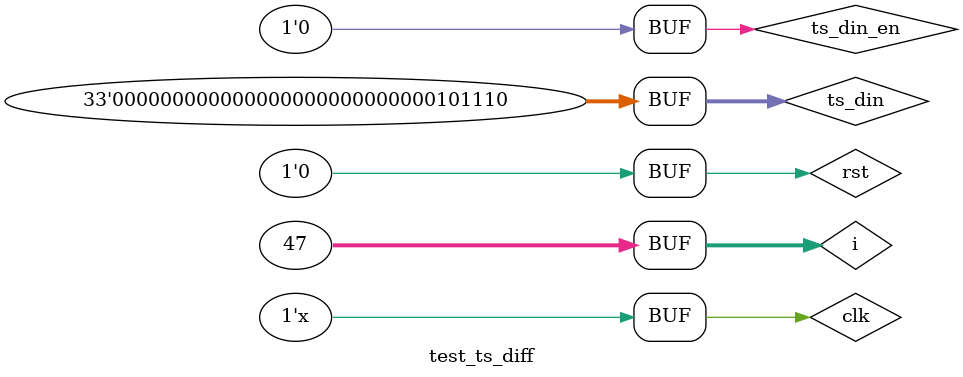
<source format=v>
`timescale 1ns / 1ps


module test_ts_diff;

	// Inputs
	reg clk;
	reg rst;
	reg [32:0] ts_din;
	reg ts_din_en;

	// Outputs
	wire [32:0] ts_dout;
	wire ts_dout_en;

	// Instantiate the Unit Under Test (UUT)
	ts_diff uut (
		.clk(clk), 
		.rst(rst), 
		.ts_din(ts_din), 
		.ts_din_en(ts_din_en), 
		.ts_dout(ts_dout), 
		.ts_dout_en(ts_dout_en)
	);
integer	i=0;

	initial begin
		// Initialize Inputs
		clk = 0;
		rst = 0;
		ts_din = 0;
		ts_din_en = 0;
		# 3 rst =1;
		#4 rst=0;
		// Wait 100 ns for global reset to finish
		#100;
        
        #10 ts_din_en=1;
        	   ts_din= 1;
        #10 ts_din= 32'hc0120801;
        #10 ts_din= 32'h00000021;
        #10 ts_din=	32'h47000000;
      for(i=1;i<47;i=i+1)
      #10  ts_din= i;
      #10 ts_din_en=0;
      
      #100;
      
      
         #10 ts_din_en=1;
        	   ts_din= 1;
        #10 ts_din= 32'hc0120801;
        #10 ts_din= 32'h00000021;
        #10 ts_din=	32'h47000000;
      for(i=1;i<47;i=i+1)
      #10  ts_din= i;
      #10 ts_din_en=0;
		// Add stimulus here

	end
    always # 5  clk=~clk;  
endmodule


</source>
